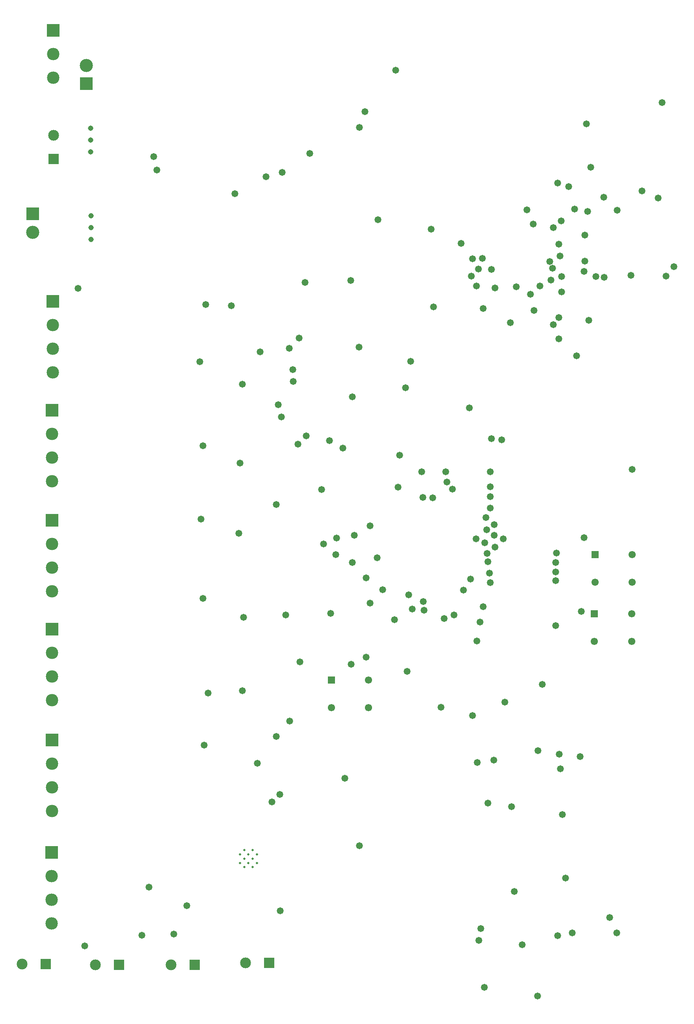
<source format=gbs>
G04*
G04 #@! TF.GenerationSoftware,Altium Limited,Altium Designer,22.1.2 (22)*
G04*
G04 Layer_Color=16711935*
%FSLAX23Y23*%
%MOIN*%
G70*
G04*
G04 #@! TF.SameCoordinates,EFA1FED7-213C-4DAE-99C9-92C2F6BD185D*
G04*
G04*
G04 #@! TF.FilePolarity,Negative*
G04*
G01*
G75*
%ADD70R,0.061X0.061*%
%ADD133R,0.105X0.105*%
%ADD134C,0.105*%
%ADD135C,0.061*%
%ADD136R,0.111X0.111*%
%ADD137C,0.111*%
%ADD138C,0.045*%
%ADD139R,0.091X0.091*%
%ADD140C,0.091*%
%ADD141C,0.020*%
%ADD142R,0.091X0.091*%
%ADD143C,0.058*%
D70*
X5043Y3963D02*
D03*
X5038Y3463D02*
D03*
X2813Y2903D02*
D03*
D133*
X460Y8390D02*
D03*
X450Y4250D02*
D03*
X455Y6100D02*
D03*
X450Y5182D02*
D03*
Y3330D02*
D03*
Y2395D02*
D03*
X445Y1445D02*
D03*
D134*
X460Y8190D02*
D03*
Y7990D02*
D03*
X450Y3850D02*
D03*
X455Y5700D02*
D03*
X450Y4782D02*
D03*
X445Y1045D02*
D03*
X450Y1995D02*
D03*
Y2930D02*
D03*
Y3650D02*
D03*
Y4050D02*
D03*
X455Y5500D02*
D03*
Y5900D02*
D03*
X450Y4582D02*
D03*
Y4982D02*
D03*
Y3130D02*
D03*
Y2730D02*
D03*
Y2195D02*
D03*
Y1795D02*
D03*
X445Y1245D02*
D03*
Y845D02*
D03*
D135*
X5357Y3727D02*
D03*
X5043D02*
D03*
X5357Y3963D02*
D03*
X5352Y3227D02*
D03*
X5038D02*
D03*
X5352Y3463D02*
D03*
X3127Y2667D02*
D03*
X2813D02*
D03*
X3127Y2903D02*
D03*
D136*
X740Y7940D02*
D03*
X285Y6840D02*
D03*
D137*
X740Y8096D02*
D03*
X285Y6684D02*
D03*
D138*
X780Y6825D02*
D03*
Y6625D02*
D03*
X777Y7565D02*
D03*
Y7365D02*
D03*
X780Y6725D02*
D03*
X777Y7465D02*
D03*
D139*
X462Y7305D02*
D03*
D140*
Y7505D02*
D03*
X195Y502D02*
D03*
X1455Y495D02*
D03*
X2085Y510D02*
D03*
X815Y495D02*
D03*
D141*
X2039Y1356D02*
D03*
Y1428D02*
D03*
X2075Y1320D02*
D03*
Y1392D02*
D03*
Y1464D02*
D03*
X2111Y1356D02*
D03*
Y1428D02*
D03*
X2147Y1320D02*
D03*
Y1392D02*
D03*
Y1464D02*
D03*
X2183Y1356D02*
D03*
Y1428D02*
D03*
D142*
X395Y502D02*
D03*
X1655Y495D02*
D03*
X2285Y510D02*
D03*
X1015Y495D02*
D03*
D143*
X1770Y2790D02*
D03*
X2910Y4860D02*
D03*
X1310Y7325D02*
D03*
X4195Y6215D02*
D03*
X4870Y6880D02*
D03*
X4955Y6660D02*
D03*
X4820Y7070D02*
D03*
X4595Y2866D02*
D03*
X4280Y2715D02*
D03*
X4005Y2600D02*
D03*
X4185Y2225D02*
D03*
X4135Y1860D02*
D03*
X4740Y2275D02*
D03*
X5225Y765D02*
D03*
X4850D02*
D03*
X4725Y740D02*
D03*
X4060Y700D02*
D03*
X1995Y7010D02*
D03*
X4725Y7100D02*
D03*
X3355Y8055D02*
D03*
X2260Y7155D02*
D03*
X3484Y5594D02*
D03*
X3207Y6792D02*
D03*
X1335Y7210D02*
D03*
X2395Y7190D02*
D03*
X3095Y7705D02*
D03*
X3051Y7573D02*
D03*
X5575Y6975D02*
D03*
X5115Y6980D02*
D03*
X4735Y5785D02*
D03*
X4885Y5640D02*
D03*
X4990Y5940D02*
D03*
X5355Y4680D02*
D03*
X670Y6210D02*
D03*
X4915Y2255D02*
D03*
X725Y655D02*
D03*
X4105Y305D02*
D03*
X4794Y1228D02*
D03*
X5168Y896D02*
D03*
X4360Y1115D02*
D03*
X4750Y2150D02*
D03*
X4045Y2205D02*
D03*
X4425Y665D02*
D03*
X4075Y800D02*
D03*
X4555Y230D02*
D03*
X5440Y7035D02*
D03*
X5610Y7780D02*
D03*
X5005Y7235D02*
D03*
X4970Y7600D02*
D03*
X5230Y6870D02*
D03*
X4745Y6485D02*
D03*
X4660Y6438D02*
D03*
X4735Y6585D02*
D03*
X4683Y6382D02*
D03*
X2630Y7350D02*
D03*
X4095Y6040D02*
D03*
X4325Y5920D02*
D03*
X4767Y1766D02*
D03*
X4690Y6725D02*
D03*
X5710Y6395D02*
D03*
X4755Y6780D02*
D03*
X5644Y6315D02*
D03*
X5345Y6320D02*
D03*
X4950Y6355D02*
D03*
X5050Y6310D02*
D03*
X4980Y6860D02*
D03*
X4735Y5965D02*
D03*
X4375Y6225D02*
D03*
X4690Y5905D02*
D03*
X4525Y6025D02*
D03*
X4760Y6180D02*
D03*
X4670Y6280D02*
D03*
X4495Y6160D02*
D03*
X4760Y6310D02*
D03*
X4465Y6875D02*
D03*
X4520Y6755D02*
D03*
X4575Y6230D02*
D03*
X4955Y6440D02*
D03*
X5120Y6305D02*
D03*
X3675Y6054D02*
D03*
X4055Y6375D02*
D03*
X3995Y6315D02*
D03*
X4005Y6460D02*
D03*
X4090Y6465D02*
D03*
X4165Y6370D02*
D03*
X4040Y6230D02*
D03*
X3910Y6590D02*
D03*
X3655Y6710D02*
D03*
X2490Y5425D02*
D03*
X2485Y5525D02*
D03*
X3045Y5715D02*
D03*
X2455Y5705D02*
D03*
X2540Y5790D02*
D03*
X2795Y4925D02*
D03*
X4710Y3360D02*
D03*
X4925Y3480D02*
D03*
X4950Y4105D02*
D03*
X4710Y3740D02*
D03*
X4155Y3725D02*
D03*
X4150Y3805D02*
D03*
X2730Y4510D02*
D03*
X4110Y4060D02*
D03*
X4035Y4095D02*
D03*
X4130Y3970D02*
D03*
X4128Y4173D02*
D03*
X3585Y4445D02*
D03*
X3670Y4440D02*
D03*
X3790Y4575D02*
D03*
X3375Y4530D02*
D03*
X3390Y4800D02*
D03*
X4165Y4940D02*
D03*
X3780Y4660D02*
D03*
X3575D02*
D03*
X3835Y4515D02*
D03*
X3595Y3490D02*
D03*
X3495Y3500D02*
D03*
X3140Y3550D02*
D03*
X3345Y3413D02*
D03*
X4044Y3231D02*
D03*
X4560Y2305D02*
D03*
X4335Y1830D02*
D03*
X3245Y3665D02*
D03*
X2855Y4100D02*
D03*
X2745Y4050D02*
D03*
X2850Y3960D02*
D03*
X2990Y3895D02*
D03*
X3140Y4205D02*
D03*
X3105Y3095D02*
D03*
X3740Y2670D02*
D03*
X4135Y3900D02*
D03*
X4195Y4025D02*
D03*
X4190Y4125D02*
D03*
Y4215D02*
D03*
X4265Y4095D02*
D03*
X3105Y3765D02*
D03*
X2980Y3035D02*
D03*
X3465Y3620D02*
D03*
X3850Y3450D02*
D03*
X3765Y3420D02*
D03*
X3930Y3660D02*
D03*
X2375Y1935D02*
D03*
X2310Y1870D02*
D03*
X2925Y2070D02*
D03*
X3990Y3755D02*
D03*
X4095Y3520D02*
D03*
X4070Y3390D02*
D03*
X2060Y2810D02*
D03*
X2070Y3430D02*
D03*
X2030Y4140D02*
D03*
X2040Y4735D02*
D03*
X1965Y6065D02*
D03*
X2060Y5400D02*
D03*
X2975Y6277D02*
D03*
X2590Y6260D02*
D03*
X3440Y5370D02*
D03*
X2990Y5295D02*
D03*
X2546Y3056D02*
D03*
X3454Y2975D02*
D03*
X2805Y3465D02*
D03*
X2425Y3450D02*
D03*
X2345Y4385D02*
D03*
X2531Y4896D02*
D03*
X2390Y5125D02*
D03*
X2210Y5675D02*
D03*
X1750Y6075D02*
D03*
X1700Y5590D02*
D03*
X1725Y4880D02*
D03*
X1710Y4260D02*
D03*
X1728Y3590D02*
D03*
X1735Y2350D02*
D03*
X2345Y2425D02*
D03*
X2460Y2555D02*
D03*
X3050Y1500D02*
D03*
X2188Y2197D02*
D03*
X2380Y950D02*
D03*
X1590Y995D02*
D03*
X1270Y1150D02*
D03*
X1210Y745D02*
D03*
X1480Y755D02*
D03*
X3590Y3565D02*
D03*
X2362Y5227D02*
D03*
X4155Y4660D02*
D03*
Y4535D02*
D03*
Y4450D02*
D03*
Y4355D02*
D03*
X3200Y3935D02*
D03*
X4120Y4275D02*
D03*
X4715Y3975D02*
D03*
X4710Y3895D02*
D03*
Y3815D02*
D03*
X2600Y4965D02*
D03*
X4252Y4930D02*
D03*
X3005Y4125D02*
D03*
X3980Y5200D02*
D03*
M02*

</source>
